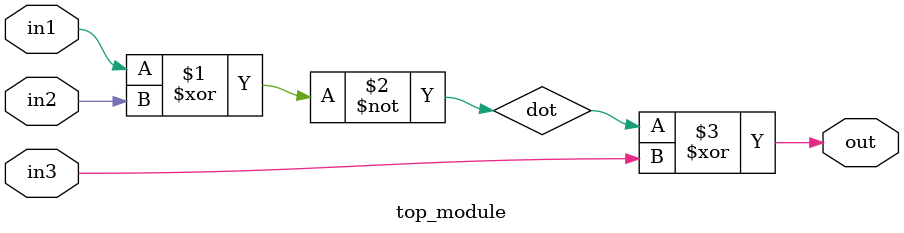
<source format=v>
module top_module (
    input in1,
    input in2,
    input in3,
    output out);
    wire dot;
    assign dot =~(in1^in2);
    assign out =(dot^in3);
endmodule

</source>
